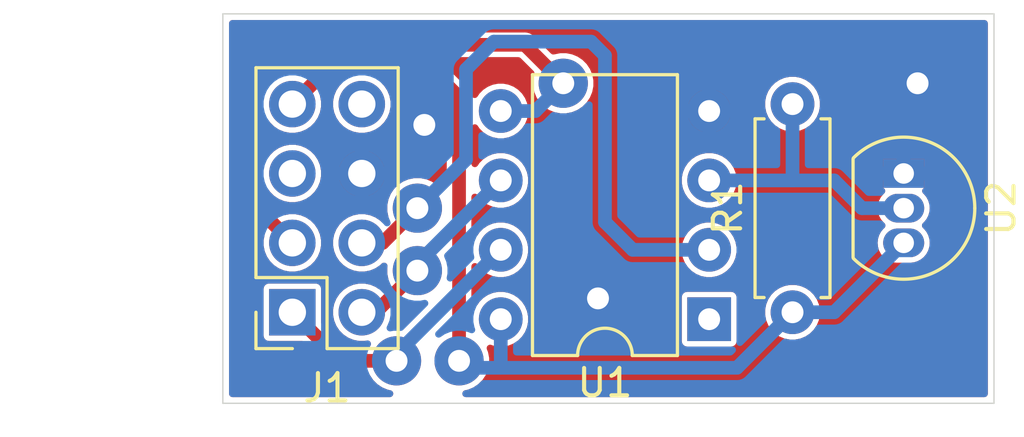
<source format=kicad_pcb>
(kicad_pcb (version 20171130) (host pcbnew 5.1.10-88a1d61d58~88~ubuntu20.10.1)

  (general
    (thickness 1.6)
    (drawings 4)
    (tracks 49)
    (zones 0)
    (modules 4)
    (nets 11)
  )

  (page A4)
  (layers
    (0 F.Cu signal)
    (31 B.Cu signal)
    (32 B.Adhes user)
    (33 F.Adhes user)
    (34 B.Paste user)
    (35 F.Paste user)
    (36 B.SilkS user)
    (37 F.SilkS user)
    (38 B.Mask user)
    (39 F.Mask user)
    (40 Dwgs.User user)
    (41 Cmts.User user)
    (42 Eco1.User user)
    (43 Eco2.User user)
    (44 Edge.Cuts user)
    (45 Margin user)
    (46 B.CrtYd user)
    (47 F.CrtYd user)
    (48 B.Fab user)
    (49 F.Fab user)
  )

  (setup
    (last_trace_width 0.5)
    (trace_clearance 0.1)
    (zone_clearance 0.2)
    (zone_45_only no)
    (trace_min 0.2)
    (via_size 1.8)
    (via_drill 0.8)
    (via_min_size 0.4)
    (via_min_drill 0.8)
    (uvia_size 0.3)
    (uvia_drill 0.1)
    (uvias_allowed no)
    (uvia_min_size 0.2)
    (uvia_min_drill 0.1)
    (edge_width 0.05)
    (segment_width 0.2)
    (pcb_text_width 0.3)
    (pcb_text_size 1.5 1.5)
    (mod_edge_width 0.12)
    (mod_text_size 1 1)
    (mod_text_width 0.15)
    (pad_size 1.524 1.524)
    (pad_drill 0.762)
    (pad_to_mask_clearance 0)
    (aux_axis_origin 0 0)
    (visible_elements FFFFFF7F)
    (pcbplotparams
      (layerselection 0x010fc_ffffffff)
      (usegerberextensions false)
      (usegerberattributes true)
      (usegerberadvancedattributes true)
      (creategerberjobfile true)
      (excludeedgelayer true)
      (linewidth 0.100000)
      (plotframeref false)
      (viasonmask false)
      (mode 1)
      (useauxorigin false)
      (hpglpennumber 1)
      (hpglpenspeed 20)
      (hpglpendiameter 15.000000)
      (psnegative false)
      (psa4output false)
      (plotreference true)
      (plotvalue true)
      (plotinvisibletext false)
      (padsonsilk false)
      (subtractmaskfromsilk false)
      (outputformat 1)
      (mirror false)
      (drillshape 1)
      (scaleselection 1)
      (outputdirectory ""))
  )

  (net 0 "")
  (net 1 /SCK)
  (net 2 /MISO)
  (net 3 /MOSI)
  (net 4 /CS)
  (net 5 "Net-(J1-Pad5)")
  (net 6 GND)
  (net 7 +3V3)
  (net 8 "Net-(J1-Pad8)")
  (net 9 "Net-(R1-Pad2)")
  (net 10 "Net-(U1-Pad1)")

  (net_class Default "This is the default net class."
    (clearance 0.1)
    (trace_width 0.5)
    (via_dia 1.8)
    (via_drill 0.8)
    (uvia_dia 0.3)
    (uvia_drill 0.1)
    (add_net +3V3)
    (add_net /CS)
    (add_net /MISO)
    (add_net /MOSI)
    (add_net /SCK)
    (add_net GND)
    (add_net "Net-(J1-Pad5)")
    (add_net "Net-(J1-Pad8)")
    (add_net "Net-(R1-Pad2)")
    (add_net "Net-(U1-Pad1)")
  )

  (module Resistor_THT:R_Axial_DIN0207_L6.3mm_D2.5mm_P7.62mm_Horizontal (layer F.Cu) (tedit 5AE5139B) (tstamp 60B6E143)
    (at 147.828 114.808 90)
    (descr "Resistor, Axial_DIN0207 series, Axial, Horizontal, pin pitch=7.62mm, 0.25W = 1/4W, length*diameter=6.3*2.5mm^2, http://cdn-reichelt.de/documents/datenblatt/B400/1_4W%23YAG.pdf")
    (tags "Resistor Axial_DIN0207 series Axial Horizontal pin pitch 7.62mm 0.25W = 1/4W length 6.3mm diameter 2.5mm")
    (path /60B68F2F)
    (fp_text reference R1 (at 3.81 -2.37 90) (layer F.SilkS)
      (effects (font (size 1 1) (thickness 0.15)))
    )
    (fp_text value 4.7K (at 3.81 2.37 90) (layer F.Fab)
      (effects (font (size 1 1) (thickness 0.15)))
    )
    (fp_line (start 0.66 -1.25) (end 0.66 1.25) (layer F.Fab) (width 0.1))
    (fp_line (start 0.66 1.25) (end 6.96 1.25) (layer F.Fab) (width 0.1))
    (fp_line (start 6.96 1.25) (end 6.96 -1.25) (layer F.Fab) (width 0.1))
    (fp_line (start 6.96 -1.25) (end 0.66 -1.25) (layer F.Fab) (width 0.1))
    (fp_line (start 0 0) (end 0.66 0) (layer F.Fab) (width 0.1))
    (fp_line (start 7.62 0) (end 6.96 0) (layer F.Fab) (width 0.1))
    (fp_line (start 0.54 -1.04) (end 0.54 -1.37) (layer F.SilkS) (width 0.12))
    (fp_line (start 0.54 -1.37) (end 7.08 -1.37) (layer F.SilkS) (width 0.12))
    (fp_line (start 7.08 -1.37) (end 7.08 -1.04) (layer F.SilkS) (width 0.12))
    (fp_line (start 0.54 1.04) (end 0.54 1.37) (layer F.SilkS) (width 0.12))
    (fp_line (start 0.54 1.37) (end 7.08 1.37) (layer F.SilkS) (width 0.12))
    (fp_line (start 7.08 1.37) (end 7.08 1.04) (layer F.SilkS) (width 0.12))
    (fp_line (start -1.05 -1.5) (end -1.05 1.5) (layer F.CrtYd) (width 0.05))
    (fp_line (start -1.05 1.5) (end 8.67 1.5) (layer F.CrtYd) (width 0.05))
    (fp_line (start 8.67 1.5) (end 8.67 -1.5) (layer F.CrtYd) (width 0.05))
    (fp_line (start 8.67 -1.5) (end -1.05 -1.5) (layer F.CrtYd) (width 0.05))
    (fp_text user %R (at 3.81 0 90) (layer F.Fab)
      (effects (font (size 1 1) (thickness 0.15)))
    )
    (pad 1 thru_hole circle (at 0 0 90) (size 1.6 1.6) (drill 0.8) (layers *.Cu *.Mask)
      (net 7 +3V3))
    (pad 2 thru_hole oval (at 7.62 0 90) (size 1.6 1.6) (drill 0.8) (layers *.Cu *.Mask)
      (net 9 "Net-(R1-Pad2)"))
    (model ${KISYS3DMOD}/Resistor_THT.3dshapes/R_Axial_DIN0207_L6.3mm_D2.5mm_P7.62mm_Horizontal.wrl
      (at (xyz 0 0 0))
      (scale (xyz 1 1 1))
      (rotate (xyz 0 0 0))
    )
  )

  (module Connector_PinSocket_2.54mm:PinSocket_2x04_P2.54mm_Vertical (layer F.Cu) (tedit 5A19A422) (tstamp 60B6DADA)
    (at 129.54 114.808 180)
    (descr "Through hole straight socket strip, 2x04, 2.54mm pitch, double cols (from Kicad 4.0.7), script generated")
    (tags "Through hole socket strip THT 2x04 2.54mm double row")
    (path /60B699ED)
    (fp_text reference J1 (at -1.27 -2.77) (layer F.SilkS)
      (effects (font (size 1 1) (thickness 0.15)))
    )
    (fp_text value Conn_02x04_Counter_Clockwise (at -1.27 10.39) (layer F.Fab)
      (effects (font (size 1 1) (thickness 0.15)))
    )
    (fp_line (start -3.81 -1.27) (end 0.27 -1.27) (layer F.Fab) (width 0.1))
    (fp_line (start 0.27 -1.27) (end 1.27 -0.27) (layer F.Fab) (width 0.1))
    (fp_line (start 1.27 -0.27) (end 1.27 8.89) (layer F.Fab) (width 0.1))
    (fp_line (start 1.27 8.89) (end -3.81 8.89) (layer F.Fab) (width 0.1))
    (fp_line (start -3.81 8.89) (end -3.81 -1.27) (layer F.Fab) (width 0.1))
    (fp_line (start -3.87 -1.33) (end -1.27 -1.33) (layer F.SilkS) (width 0.12))
    (fp_line (start -3.87 -1.33) (end -3.87 8.95) (layer F.SilkS) (width 0.12))
    (fp_line (start -3.87 8.95) (end 1.33 8.95) (layer F.SilkS) (width 0.12))
    (fp_line (start 1.33 1.27) (end 1.33 8.95) (layer F.SilkS) (width 0.12))
    (fp_line (start -1.27 1.27) (end 1.33 1.27) (layer F.SilkS) (width 0.12))
    (fp_line (start -1.27 -1.33) (end -1.27 1.27) (layer F.SilkS) (width 0.12))
    (fp_line (start 1.33 -1.33) (end 1.33 0) (layer F.SilkS) (width 0.12))
    (fp_line (start 0 -1.33) (end 1.33 -1.33) (layer F.SilkS) (width 0.12))
    (fp_line (start -4.34 -1.8) (end 1.76 -1.8) (layer F.CrtYd) (width 0.05))
    (fp_line (start 1.76 -1.8) (end 1.76 9.4) (layer F.CrtYd) (width 0.05))
    (fp_line (start 1.76 9.4) (end -4.34 9.4) (layer F.CrtYd) (width 0.05))
    (fp_line (start -4.34 9.4) (end -4.34 -1.8) (layer F.CrtYd) (width 0.05))
    (fp_text user %R (at -1.27 3.81 90) (layer F.Fab)
      (effects (font (size 1 1) (thickness 0.15)))
    )
    (pad 1 thru_hole rect (at 0 0 180) (size 1.7 1.7) (drill 1) (layers *.Cu *.Mask)
      (net 1 /SCK))
    (pad 2 thru_hole oval (at -2.54 0 180) (size 1.7 1.7) (drill 1) (layers *.Cu *.Mask)
      (net 2 /MISO))
    (pad 3 thru_hole oval (at 0 2.54 180) (size 1.7 1.7) (drill 1) (layers *.Cu *.Mask)
      (net 3 /MOSI))
    (pad 4 thru_hole oval (at -2.54 2.54 180) (size 1.7 1.7) (drill 1) (layers *.Cu *.Mask)
      (net 4 /CS))
    (pad 5 thru_hole oval (at 0 5.08 180) (size 1.7 1.7) (drill 1) (layers *.Cu *.Mask)
      (net 5 "Net-(J1-Pad5)"))
    (pad 6 thru_hole oval (at -2.54 5.08 180) (size 1.7 1.7) (drill 1) (layers *.Cu *.Mask)
      (net 6 GND))
    (pad 7 thru_hole oval (at 0 7.62 180) (size 1.7 1.7) (drill 1) (layers *.Cu *.Mask)
      (net 7 +3V3))
    (pad 8 thru_hole oval (at -2.54 7.62 180) (size 1.7 1.7) (drill 1) (layers *.Cu *.Mask)
      (net 8 "Net-(J1-Pad8)"))
    (model ${KISYS3DMOD}/Connector_PinSocket_2.54mm.3dshapes/PinSocket_2x04_P2.54mm_Vertical.wrl
      (at (xyz 0 0 0))
      (scale (xyz 1 1 1))
      (rotate (xyz 0 0 0))
    )
  )

  (module Package_DIP:DIP-8_W7.62mm (layer F.Cu) (tedit 5A02E8C5) (tstamp 60B6DC4E)
    (at 144.78 115.062 180)
    (descr "8-lead though-hole mounted DIP package, row spacing 7.62 mm (300 mils)")
    (tags "THT DIP DIL PDIP 2.54mm 7.62mm 300mil")
    (path /60B6788E)
    (fp_text reference U1 (at 3.81 -2.33) (layer F.SilkS)
      (effects (font (size 1 1) (thickness 0.15)))
    )
    (fp_text value ATtiny85-20PU (at 3.81 9.95) (layer F.Fab)
      (effects (font (size 1 1) (thickness 0.15)))
    )
    (fp_line (start 1.635 -1.27) (end 6.985 -1.27) (layer F.Fab) (width 0.1))
    (fp_line (start 6.985 -1.27) (end 6.985 8.89) (layer F.Fab) (width 0.1))
    (fp_line (start 6.985 8.89) (end 0.635 8.89) (layer F.Fab) (width 0.1))
    (fp_line (start 0.635 8.89) (end 0.635 -0.27) (layer F.Fab) (width 0.1))
    (fp_line (start 0.635 -0.27) (end 1.635 -1.27) (layer F.Fab) (width 0.1))
    (fp_line (start 2.81 -1.33) (end 1.16 -1.33) (layer F.SilkS) (width 0.12))
    (fp_line (start 1.16 -1.33) (end 1.16 8.95) (layer F.SilkS) (width 0.12))
    (fp_line (start 1.16 8.95) (end 6.46 8.95) (layer F.SilkS) (width 0.12))
    (fp_line (start 6.46 8.95) (end 6.46 -1.33) (layer F.SilkS) (width 0.12))
    (fp_line (start 6.46 -1.33) (end 4.81 -1.33) (layer F.SilkS) (width 0.12))
    (fp_line (start -1.1 -1.55) (end -1.1 9.15) (layer F.CrtYd) (width 0.05))
    (fp_line (start -1.1 9.15) (end 8.7 9.15) (layer F.CrtYd) (width 0.05))
    (fp_line (start 8.7 9.15) (end 8.7 -1.55) (layer F.CrtYd) (width 0.05))
    (fp_line (start 8.7 -1.55) (end -1.1 -1.55) (layer F.CrtYd) (width 0.05))
    (fp_arc (start 3.81 -1.33) (end 2.81 -1.33) (angle -180) (layer F.SilkS) (width 0.12))
    (fp_text user %R (at 3.81 3.81 90) (layer F.Fab)
      (effects (font (size 1 1) (thickness 0.15)))
    )
    (pad 1 thru_hole rect (at 0 0 180) (size 1.6 1.6) (drill 0.8) (layers *.Cu *.Mask)
      (net 10 "Net-(U1-Pad1)"))
    (pad 5 thru_hole oval (at 7.62 7.62 180) (size 1.6 1.6) (drill 0.8) (layers *.Cu *.Mask)
      (net 3 /MOSI))
    (pad 2 thru_hole oval (at 0 2.54 180) (size 1.6 1.6) (drill 0.8) (layers *.Cu *.Mask)
      (net 4 /CS))
    (pad 6 thru_hole oval (at 7.62 5.08 180) (size 1.6 1.6) (drill 0.8) (layers *.Cu *.Mask)
      (net 2 /MISO))
    (pad 3 thru_hole oval (at 0 5.08 180) (size 1.6 1.6) (drill 0.8) (layers *.Cu *.Mask)
      (net 9 "Net-(R1-Pad2)"))
    (pad 7 thru_hole oval (at 7.62 2.54 180) (size 1.6 1.6) (drill 0.8) (layers *.Cu *.Mask)
      (net 1 /SCK))
    (pad 4 thru_hole oval (at 0 7.62 180) (size 1.6 1.6) (drill 0.8) (layers *.Cu *.Mask)
      (net 6 GND))
    (pad 8 thru_hole oval (at 7.62 0 180) (size 1.6 1.6) (drill 0.8) (layers *.Cu *.Mask)
      (net 7 +3V3))
    (model ${KISYS3DMOD}/Package_DIP.3dshapes/DIP-8_W7.62mm.wrl
      (at (xyz 0 0 0))
      (scale (xyz 1 1 1))
      (rotate (xyz 0 0 0))
    )
  )

  (module Package_TO_SOT_THT:TO-92_Inline (layer F.Cu) (tedit 5A1DD157) (tstamp 60B6E214)
    (at 151.892 109.728 270)
    (descr "TO-92 leads in-line, narrow, oval pads, drill 0.75mm (see NXP sot054_po.pdf)")
    (tags "to-92 sc-43 sc-43a sot54 PA33 transistor")
    (path /60B68732)
    (fp_text reference U2 (at 1.27 -3.56 90) (layer F.SilkS)
      (effects (font (size 1 1) (thickness 0.15)))
    )
    (fp_text value DS18B20 (at 1.27 2.79 90) (layer F.Fab)
      (effects (font (size 1 1) (thickness 0.15)))
    )
    (fp_line (start -0.53 1.85) (end 3.07 1.85) (layer F.SilkS) (width 0.12))
    (fp_line (start -0.5 1.75) (end 3 1.75) (layer F.Fab) (width 0.1))
    (fp_line (start -1.46 -2.73) (end 4 -2.73) (layer F.CrtYd) (width 0.05))
    (fp_line (start -1.46 -2.73) (end -1.46 2.01) (layer F.CrtYd) (width 0.05))
    (fp_line (start 4 2.01) (end 4 -2.73) (layer F.CrtYd) (width 0.05))
    (fp_line (start 4 2.01) (end -1.46 2.01) (layer F.CrtYd) (width 0.05))
    (fp_text user %R (at 1.27 0 90) (layer F.Fab)
      (effects (font (size 1 1) (thickness 0.15)))
    )
    (fp_arc (start 1.27 0) (end 1.27 -2.48) (angle 135) (layer F.Fab) (width 0.1))
    (fp_arc (start 1.27 0) (end 1.27 -2.6) (angle -135) (layer F.SilkS) (width 0.12))
    (fp_arc (start 1.27 0) (end 1.27 -2.48) (angle -135) (layer F.Fab) (width 0.1))
    (fp_arc (start 1.27 0) (end 1.27 -2.6) (angle 135) (layer F.SilkS) (width 0.12))
    (pad 2 thru_hole oval (at 1.27 0 270) (size 1.05 1.5) (drill 0.75) (layers *.Cu *.Mask)
      (net 9 "Net-(R1-Pad2)"))
    (pad 3 thru_hole oval (at 2.54 0 270) (size 1.05 1.5) (drill 0.75) (layers *.Cu *.Mask)
      (net 7 +3V3))
    (pad 1 thru_hole rect (at 0 0 270) (size 1.05 1.5) (drill 0.75) (layers *.Cu *.Mask)
      (net 6 GND))
    (model ${KISYS3DMOD}/Package_TO_SOT_THT.3dshapes/TO-92_Inline.wrl
      (at (xyz 0 0 0))
      (scale (xyz 1 1 1))
      (rotate (xyz 0 0 0))
    )
  )

  (gr_line (start 155.194 103.886) (end 155.194 118.14) (layer Edge.Cuts) (width 0.05) (tstamp 60B6E1AE))
  (gr_line (start 127 103.886) (end 127 118.14) (layer Edge.Cuts) (width 0.05) (tstamp 60B6E1AC))
  (gr_line (start 127 103.886) (end 155.194 103.886) (layer Edge.Cuts) (width 0.05) (tstamp 60B6E1A5))
  (gr_line (start 155.194 118.14) (end 127 118.14) (layer Edge.Cuts) (width 0.05) (tstamp 60B6E1A4))

  (via (at 133.35 116.586004) (size 1.8) (drill 0.8) (layers F.Cu B.Cu) (net 1))
  (segment (start 131.318004 116.586004) (end 133.35 116.586004) (width 0.5) (layer F.Cu) (net 1))
  (segment (start 129.54 114.808) (end 131.318004 116.586004) (width 0.5) (layer F.Cu) (net 1))
  (segment (start 137.16 112.522) (end 133.35 116.332) (width 0.5) (layer B.Cu) (net 1))
  (segment (start 133.35 116.332) (end 133.35 116.586004) (width 0.5) (layer B.Cu) (net 1))
  (segment (start 132.588 114.808) (end 134.112 113.284) (width 0.5) (layer F.Cu) (net 2))
  (via (at 134.112 113.284) (size 1.8) (drill 0.8) (layers F.Cu B.Cu) (net 2))
  (segment (start 132.08 114.808) (end 132.588 114.808) (width 0.5) (layer F.Cu) (net 2))
  (segment (start 134.112 113.03) (end 137.16 109.982) (width 0.5) (layer B.Cu) (net 2))
  (segment (start 134.112 113.284) (end 134.112 113.03) (width 0.5) (layer B.Cu) (net 2))
  (via (at 139.446 106.425968) (size 1.8) (drill 0.8) (layers F.Cu B.Cu) (net 3))
  (segment (start 128.016 110.744) (end 128.016 105.664) (width 0.5) (layer F.Cu) (net 3))
  (segment (start 128.016 105.664) (end 128.661999 105.018001) (width 0.5) (layer F.Cu) (net 3))
  (segment (start 137.16 107.442) (end 138.429968 107.442) (width 0.5) (layer B.Cu) (net 3))
  (segment (start 138.429968 107.442) (end 139.446 106.425968) (width 0.5) (layer B.Cu) (net 3))
  (segment (start 129.54 112.268) (end 128.016 110.744) (width 0.5) (layer F.Cu) (net 3))
  (segment (start 128.661999 105.018001) (end 138.038033 105.018001) (width 0.5) (layer F.Cu) (net 3))
  (segment (start 138.038033 105.018001) (end 139.446 106.425968) (width 0.5) (layer F.Cu) (net 3))
  (via (at 134.112 110.998) (size 1.8) (drill 0.8) (layers F.Cu B.Cu) (net 4))
  (segment (start 132.842 112.268) (end 134.112 110.998) (width 0.5) (layer F.Cu) (net 4))
  (segment (start 132.08 112.268) (end 132.842 112.268) (width 0.5) (layer F.Cu) (net 4))
  (segment (start 141.986 112.522) (end 144.78 112.522) (width 0.5) (layer B.Cu) (net 4))
  (segment (start 140.97 111.506) (end 141.986 112.522) (width 0.5) (layer B.Cu) (net 4))
  (segment (start 140.97 105.41) (end 140.97 111.506) (width 0.5) (layer B.Cu) (net 4))
  (segment (start 140.462 104.902) (end 140.97 105.41) (width 0.5) (layer B.Cu) (net 4))
  (segment (start 136.906 104.902) (end 140.462 104.902) (width 0.5) (layer B.Cu) (net 4))
  (segment (start 135.89 105.918) (end 136.906 104.902) (width 0.5) (layer B.Cu) (net 4))
  (segment (start 135.89 109.22) (end 135.89 105.918) (width 0.5) (layer B.Cu) (net 4))
  (segment (start 134.112 110.998) (end 135.89 109.22) (width 0.5) (layer B.Cu) (net 4))
  (via (at 152.4 106.426) (size 1.8) (drill 0.8) (layers F.Cu B.Cu) (net 6))
  (via (at 140.716 114.3) (size 1.8) (drill 0.8) (layers F.Cu B.Cu) (net 6))
  (via (at 134.366 107.95) (size 1.8) (drill 0.8) (layers F.Cu B.Cu) (net 6))
  (segment (start 137.16 116.84) (end 137.16 115.062) (width 0.5) (layer B.Cu) (net 7))
  (segment (start 147.828 114.808) (end 145.796 116.84) (width 0.5) (layer B.Cu) (net 7))
  (segment (start 145.796 116.84) (end 137.16 116.84) (width 0.5) (layer B.Cu) (net 7))
  (via (at 135.635996 116.585974) (size 1.8) (drill 0.8) (layers F.Cu B.Cu) (net 7))
  (segment (start 129.54 107.188) (end 130.937 105.791) (width 0.5) (layer F.Cu) (net 7))
  (segment (start 130.937 105.791) (end 134.493 105.791) (width 0.5) (layer F.Cu) (net 7))
  (segment (start 134.493 105.791) (end 135.635996 106.933996) (width 0.5) (layer F.Cu) (net 7))
  (segment (start 137.16 116.84) (end 135.890022 116.84) (width 0.5) (layer B.Cu) (net 7))
  (segment (start 135.635996 106.933996) (end 135.635996 116.585974) (width 0.5) (layer F.Cu) (net 7))
  (segment (start 135.890022 116.84) (end 135.635996 116.585974) (width 0.5) (layer B.Cu) (net 7))
  (segment (start 149.352 114.808) (end 151.892 112.268) (width 0.5) (layer B.Cu) (net 7))
  (segment (start 147.828 114.808) (end 149.352 114.808) (width 0.5) (layer B.Cu) (net 7))
  (segment (start 150.368 110.998) (end 151.892 110.998) (width 0.5) (layer B.Cu) (net 9))
  (segment (start 149.352 109.982) (end 150.368 110.998) (width 0.5) (layer B.Cu) (net 9))
  (segment (start 147.828 107.188) (end 147.828 109.982) (width 0.5) (layer B.Cu) (net 9))
  (segment (start 147.828 109.982) (end 149.352 109.982) (width 0.5) (layer B.Cu) (net 9))
  (segment (start 144.78 109.982) (end 147.828 109.982) (width 0.5) (layer B.Cu) (net 9))

  (zone (net 6) (net_name GND) (layer F.Cu) (tstamp 60B6E1DE) (hatch edge 0.508)
    (connect_pads (clearance 0.2))
    (min_thickness 0.254)
    (fill yes (arc_segments 32) (thermal_gap 0) (thermal_bridge_width 0.508))
    (polygon
      (pts
        (xy 156.21 118.872) (xy 126.492 118.872) (xy 126.492 103.632) (xy 156.21 103.378)
      )
    )
    (filled_polygon
      (pts
        (xy 154.842001 117.788) (xy 135.882398 117.788) (xy 135.993899 117.765821) (xy 136.217198 117.673327) (xy 136.418163 117.539047)
        (xy 136.589069 117.368141) (xy 136.723349 117.167176) (xy 136.815843 116.943877) (xy 136.862996 116.706823) (xy 136.862996 116.465125)
        (xy 136.815843 116.228071) (xy 136.771458 116.120917) (xy 136.831266 116.14569) (xy 137.049 116.189) (xy 137.271 116.189)
        (xy 137.488734 116.14569) (xy 137.693835 116.060734) (xy 137.878421 115.937398) (xy 138.035398 115.780421) (xy 138.158734 115.595835)
        (xy 138.24369 115.390734) (xy 138.287 115.173) (xy 138.287 114.951) (xy 138.24369 114.733266) (xy 138.158734 114.528165)
        (xy 138.035398 114.343579) (xy 137.953819 114.262) (xy 143.651418 114.262) (xy 143.651418 115.862) (xy 143.657732 115.926103)
        (xy 143.67643 115.987743) (xy 143.706794 116.04455) (xy 143.747657 116.094343) (xy 143.79745 116.135206) (xy 143.854257 116.16557)
        (xy 143.915897 116.184268) (xy 143.98 116.190582) (xy 145.58 116.190582) (xy 145.644103 116.184268) (xy 145.705743 116.16557)
        (xy 145.76255 116.135206) (xy 145.812343 116.094343) (xy 145.853206 116.04455) (xy 145.88357 115.987743) (xy 145.902268 115.926103)
        (xy 145.908582 115.862) (xy 145.908582 114.697) (xy 146.701 114.697) (xy 146.701 114.919) (xy 146.74431 115.136734)
        (xy 146.829266 115.341835) (xy 146.952602 115.526421) (xy 147.109579 115.683398) (xy 147.294165 115.806734) (xy 147.499266 115.89169)
        (xy 147.717 115.935) (xy 147.939 115.935) (xy 148.156734 115.89169) (xy 148.361835 115.806734) (xy 148.546421 115.683398)
        (xy 148.703398 115.526421) (xy 148.826734 115.341835) (xy 148.91169 115.136734) (xy 148.955 114.919) (xy 148.955 114.697)
        (xy 148.91169 114.479266) (xy 148.826734 114.274165) (xy 148.703398 114.089579) (xy 148.546421 113.932602) (xy 148.361835 113.809266)
        (xy 148.156734 113.72431) (xy 147.939 113.681) (xy 147.717 113.681) (xy 147.499266 113.72431) (xy 147.294165 113.809266)
        (xy 147.109579 113.932602) (xy 146.952602 114.089579) (xy 146.829266 114.274165) (xy 146.74431 114.479266) (xy 146.701 114.697)
        (xy 145.908582 114.697) (xy 145.908582 114.262) (xy 145.902268 114.197897) (xy 145.88357 114.136257) (xy 145.853206 114.07945)
        (xy 145.812343 114.029657) (xy 145.76255 113.988794) (xy 145.705743 113.95843) (xy 145.644103 113.939732) (xy 145.58 113.933418)
        (xy 143.98 113.933418) (xy 143.915897 113.939732) (xy 143.854257 113.95843) (xy 143.79745 113.988794) (xy 143.747657 114.029657)
        (xy 143.706794 114.07945) (xy 143.67643 114.136257) (xy 143.657732 114.197897) (xy 143.651418 114.262) (xy 137.953819 114.262)
        (xy 137.878421 114.186602) (xy 137.693835 114.063266) (xy 137.488734 113.97831) (xy 137.271 113.935) (xy 137.049 113.935)
        (xy 136.831266 113.97831) (xy 136.626165 114.063266) (xy 136.441579 114.186602) (xy 136.284602 114.343579) (xy 136.212996 114.450745)
        (xy 136.212996 113.133255) (xy 136.284602 113.240421) (xy 136.441579 113.397398) (xy 136.626165 113.520734) (xy 136.831266 113.60569)
        (xy 137.049 113.649) (xy 137.271 113.649) (xy 137.488734 113.60569) (xy 137.693835 113.520734) (xy 137.878421 113.397398)
        (xy 138.035398 113.240421) (xy 138.158734 113.055835) (xy 138.24369 112.850734) (xy 138.287 112.633) (xy 138.287 112.411)
        (xy 143.653 112.411) (xy 143.653 112.633) (xy 143.69631 112.850734) (xy 143.781266 113.055835) (xy 143.904602 113.240421)
        (xy 144.061579 113.397398) (xy 144.246165 113.520734) (xy 144.451266 113.60569) (xy 144.669 113.649) (xy 144.891 113.649)
        (xy 145.108734 113.60569) (xy 145.313835 113.520734) (xy 145.498421 113.397398) (xy 145.655398 113.240421) (xy 145.778734 113.055835)
        (xy 145.86369 112.850734) (xy 145.907 112.633) (xy 145.907 112.411) (xy 145.86369 112.193266) (xy 145.778734 111.988165)
        (xy 145.655398 111.803579) (xy 145.498421 111.646602) (xy 145.313835 111.523266) (xy 145.108734 111.43831) (xy 144.891 111.395)
        (xy 144.669 111.395) (xy 144.451266 111.43831) (xy 144.246165 111.523266) (xy 144.061579 111.646602) (xy 143.904602 111.803579)
        (xy 143.781266 111.988165) (xy 143.69631 112.193266) (xy 143.653 112.411) (xy 138.287 112.411) (xy 138.24369 112.193266)
        (xy 138.158734 111.988165) (xy 138.035398 111.803579) (xy 137.878421 111.646602) (xy 137.693835 111.523266) (xy 137.488734 111.43831)
        (xy 137.271 111.395) (xy 137.049 111.395) (xy 136.831266 111.43831) (xy 136.626165 111.523266) (xy 136.441579 111.646602)
        (xy 136.284602 111.803579) (xy 136.212996 111.910745) (xy 136.212996 110.593255) (xy 136.284602 110.700421) (xy 136.441579 110.857398)
        (xy 136.626165 110.980734) (xy 136.831266 111.06569) (xy 137.049 111.109) (xy 137.271 111.109) (xy 137.488734 111.06569)
        (xy 137.693835 110.980734) (xy 137.878421 110.857398) (xy 138.035398 110.700421) (xy 138.158734 110.515835) (xy 138.24369 110.310734)
        (xy 138.287 110.093) (xy 138.287 109.871) (xy 143.653 109.871) (xy 143.653 110.093) (xy 143.69631 110.310734)
        (xy 143.781266 110.515835) (xy 143.904602 110.700421) (xy 144.061579 110.857398) (xy 144.246165 110.980734) (xy 144.451266 111.06569)
        (xy 144.669 111.109) (xy 144.891 111.109) (xy 145.108734 111.06569) (xy 145.272151 110.998) (xy 150.810878 110.998)
        (xy 150.827328 111.165021) (xy 150.876046 111.325624) (xy 150.955161 111.473636) (xy 151.06163 111.60337) (xy 151.097735 111.633)
        (xy 151.06163 111.66263) (xy 150.955161 111.792364) (xy 150.876046 111.940376) (xy 150.827328 112.100979) (xy 150.810878 112.268)
        (xy 150.827328 112.435021) (xy 150.876046 112.595624) (xy 150.955161 112.743636) (xy 151.06163 112.87337) (xy 151.191364 112.979839)
        (xy 151.339376 113.058954) (xy 151.499979 113.107672) (xy 151.625148 113.12) (xy 152.158852 113.12) (xy 152.284021 113.107672)
        (xy 152.444624 113.058954) (xy 152.592636 112.979839) (xy 152.72237 112.87337) (xy 152.828839 112.743636) (xy 152.907954 112.595624)
        (xy 152.956672 112.435021) (xy 152.973122 112.268) (xy 152.956672 112.100979) (xy 152.907954 111.940376) (xy 152.828839 111.792364)
        (xy 152.72237 111.66263) (xy 152.686265 111.633) (xy 152.72237 111.60337) (xy 152.828839 111.473636) (xy 152.907954 111.325624)
        (xy 152.956672 111.165021) (xy 152.973122 110.998) (xy 152.956672 110.830979) (xy 152.907954 110.670376) (xy 152.828839 110.522364)
        (xy 152.72237 110.39263) (xy 152.693898 110.369264) (xy 152.712899 110.359107) (xy 152.732237 110.343237) (xy 152.748107 110.323899)
        (xy 152.7599 110.301836) (xy 152.767162 110.277896) (xy 152.769614 110.253) (xy 152.769 109.88675) (xy 152.73725 109.855)
        (xy 152.019 109.855) (xy 152.019 109.875) (xy 151.765 109.875) (xy 151.765 109.855) (xy 151.04675 109.855)
        (xy 151.015 109.88675) (xy 151.014386 110.253) (xy 151.016838 110.277896) (xy 151.0241 110.301836) (xy 151.035893 110.323899)
        (xy 151.051763 110.343237) (xy 151.071101 110.359107) (xy 151.090102 110.369264) (xy 151.06163 110.39263) (xy 150.955161 110.522364)
        (xy 150.876046 110.670376) (xy 150.827328 110.830979) (xy 150.810878 110.998) (xy 145.272151 110.998) (xy 145.313835 110.980734)
        (xy 145.498421 110.857398) (xy 145.655398 110.700421) (xy 145.778734 110.515835) (xy 145.86369 110.310734) (xy 145.907 110.093)
        (xy 145.907 109.871) (xy 145.86369 109.653266) (xy 145.778734 109.448165) (xy 145.655398 109.263579) (xy 145.594819 109.203)
        (xy 151.014386 109.203) (xy 151.015 109.56925) (xy 151.04675 109.601) (xy 151.765 109.601) (xy 151.765 109.10775)
        (xy 152.019 109.10775) (xy 152.019 109.601) (xy 152.73725 109.601) (xy 152.769 109.56925) (xy 152.769614 109.203)
        (xy 152.767162 109.178104) (xy 152.7599 109.154164) (xy 152.748107 109.132101) (xy 152.732237 109.112763) (xy 152.712899 109.096893)
        (xy 152.690836 109.0851) (xy 152.666896 109.077838) (xy 152.642 109.075386) (xy 152.05075 109.076) (xy 152.019 109.10775)
        (xy 151.765 109.10775) (xy 151.73325 109.076) (xy 151.142 109.075386) (xy 151.117104 109.077838) (xy 151.093164 109.0851)
        (xy 151.071101 109.096893) (xy 151.051763 109.112763) (xy 151.035893 109.132101) (xy 151.0241 109.154164) (xy 151.016838 109.178104)
        (xy 151.014386 109.203) (xy 145.594819 109.203) (xy 145.498421 109.106602) (xy 145.313835 108.983266) (xy 145.108734 108.89831)
        (xy 144.891 108.855) (xy 144.669 108.855) (xy 144.451266 108.89831) (xy 144.246165 108.983266) (xy 144.061579 109.106602)
        (xy 143.904602 109.263579) (xy 143.781266 109.448165) (xy 143.69631 109.653266) (xy 143.653 109.871) (xy 138.287 109.871)
        (xy 138.24369 109.653266) (xy 138.158734 109.448165) (xy 138.035398 109.263579) (xy 137.878421 109.106602) (xy 137.693835 108.983266)
        (xy 137.488734 108.89831) (xy 137.271 108.855) (xy 137.049 108.855) (xy 136.831266 108.89831) (xy 136.626165 108.983266)
        (xy 136.441579 109.106602) (xy 136.284602 109.263579) (xy 136.212996 109.370745) (xy 136.212996 108.053255) (xy 136.284602 108.160421)
        (xy 136.441579 108.317398) (xy 136.626165 108.440734) (xy 136.831266 108.52569) (xy 137.049 108.569) (xy 137.271 108.569)
        (xy 137.488734 108.52569) (xy 137.693835 108.440734) (xy 137.878421 108.317398) (xy 138.035398 108.160421) (xy 138.158734 107.975835)
        (xy 138.24369 107.770734) (xy 138.255555 107.711084) (xy 143.892913 107.711084) (xy 143.962458 107.878999) (xy 144.063421 108.030097)
        (xy 144.191922 108.158594) (xy 144.343022 108.259553) (xy 144.510915 108.329094) (xy 144.653 108.328517) (xy 144.653 107.569)
        (xy 144.907 107.569) (xy 144.907 108.328517) (xy 145.049085 108.329094) (xy 145.216978 108.259553) (xy 145.368078 108.158594)
        (xy 145.496579 108.030097) (xy 145.597542 107.878999) (xy 145.667087 107.711084) (xy 145.666196 107.569) (xy 144.907 107.569)
        (xy 144.653 107.569) (xy 143.893804 107.569) (xy 143.892913 107.711084) (xy 138.255555 107.711084) (xy 138.287 107.553)
        (xy 138.287 107.331) (xy 138.24369 107.113266) (xy 138.158734 106.908165) (xy 138.035398 106.723579) (xy 137.878421 106.566602)
        (xy 137.693835 106.443266) (xy 137.488734 106.35831) (xy 137.271 106.315) (xy 137.049 106.315) (xy 136.831266 106.35831)
        (xy 136.626165 106.443266) (xy 136.441579 106.566602) (xy 136.284602 106.723579) (xy 136.206565 106.84037) (xy 136.204646 106.820884)
        (xy 136.171653 106.71212) (xy 136.118075 106.611881) (xy 136.04597 106.524022) (xy 136.023959 106.505958) (xy 135.113002 105.595001)
        (xy 137.799032 105.595001) (xy 138.267894 106.063863) (xy 138.266153 106.068065) (xy 138.219 106.305119) (xy 138.219 106.546817)
        (xy 138.266153 106.783871) (xy 138.358647 107.00717) (xy 138.492927 107.208135) (xy 138.663833 107.379041) (xy 138.864798 107.513321)
        (xy 139.088097 107.605815) (xy 139.325151 107.652968) (xy 139.566849 107.652968) (xy 139.803903 107.605815) (xy 140.027202 107.513321)
        (xy 140.228167 107.379041) (xy 140.399073 107.208135) (xy 140.422605 107.172916) (xy 143.892913 107.172916) (xy 143.893804 107.315)
        (xy 144.653 107.315) (xy 144.653 106.555483) (xy 144.907 106.555483) (xy 144.907 107.315) (xy 145.666196 107.315)
        (xy 145.667087 107.172916) (xy 145.627362 107.077) (xy 146.701 107.077) (xy 146.701 107.299) (xy 146.74431 107.516734)
        (xy 146.829266 107.721835) (xy 146.952602 107.906421) (xy 147.109579 108.063398) (xy 147.294165 108.186734) (xy 147.499266 108.27169)
        (xy 147.717 108.315) (xy 147.939 108.315) (xy 148.156734 108.27169) (xy 148.361835 108.186734) (xy 148.546421 108.063398)
        (xy 148.703398 107.906421) (xy 148.826734 107.721835) (xy 148.91169 107.516734) (xy 148.955 107.299) (xy 148.955 107.077)
        (xy 148.91169 106.859266) (xy 148.826734 106.654165) (xy 148.703398 106.469579) (xy 148.546421 106.312602) (xy 148.361835 106.189266)
        (xy 148.156734 106.10431) (xy 147.939 106.061) (xy 147.717 106.061) (xy 147.499266 106.10431) (xy 147.294165 106.189266)
        (xy 147.109579 106.312602) (xy 146.952602 106.469579) (xy 146.829266 106.654165) (xy 146.74431 106.859266) (xy 146.701 107.077)
        (xy 145.627362 107.077) (xy 145.597542 107.005001) (xy 145.496579 106.853903) (xy 145.368078 106.725406) (xy 145.216978 106.624447)
        (xy 145.049085 106.554906) (xy 144.907 106.555483) (xy 144.653 106.555483) (xy 144.510915 106.554906) (xy 144.343022 106.624447)
        (xy 144.191922 106.725406) (xy 144.063421 106.853903) (xy 143.962458 107.005001) (xy 143.892913 107.172916) (xy 140.422605 107.172916)
        (xy 140.533353 107.00717) (xy 140.625847 106.783871) (xy 140.673 106.546817) (xy 140.673 106.305119) (xy 140.625847 106.068065)
        (xy 140.533353 105.844766) (xy 140.399073 105.643801) (xy 140.228167 105.472895) (xy 140.027202 105.338615) (xy 139.803903 105.246121)
        (xy 139.566849 105.198968) (xy 139.325151 105.198968) (xy 139.088097 105.246121) (xy 139.083895 105.247862) (xy 138.466072 104.630039)
        (xy 138.448007 104.608027) (xy 138.360148 104.535922) (xy 138.259909 104.482344) (xy 138.195803 104.462898) (xy 138.151144 104.44935)
        (xy 138.096078 104.443927) (xy 138.066369 104.441001) (xy 138.066364 104.441001) (xy 138.038033 104.438211) (xy 138.009702 104.441001)
        (xy 128.690338 104.441001) (xy 128.661999 104.43821) (xy 128.548887 104.44935) (xy 128.440122 104.482344) (xy 128.414227 104.496185)
        (xy 128.339884 104.535922) (xy 128.252025 104.608027) (xy 128.23396 104.630039) (xy 127.628034 105.235965) (xy 127.606027 105.254026)
        (xy 127.587966 105.276033) (xy 127.587963 105.276036) (xy 127.56484 105.304212) (xy 127.533922 105.341885) (xy 127.513001 105.381026)
        (xy 127.480344 105.442124) (xy 127.447349 105.550889) (xy 127.43621 105.664) (xy 127.439001 105.692341) (xy 127.439 110.715669)
        (xy 127.43621 110.744) (xy 127.439 110.772331) (xy 127.439 110.772335) (xy 127.441334 110.796028) (xy 127.447349 110.857111)
        (xy 127.455776 110.884889) (xy 127.480343 110.965875) (xy 127.533921 111.066114) (xy 127.606026 111.153974) (xy 127.628038 111.172039)
        (xy 128.40366 111.947661) (xy 128.363 112.152076) (xy 128.363 112.383924) (xy 128.408231 112.611318) (xy 128.496956 112.825519)
        (xy 128.625764 113.018294) (xy 128.789706 113.182236) (xy 128.982481 113.311044) (xy 129.196682 113.399769) (xy 129.424076 113.445)
        (xy 129.655924 113.445) (xy 129.883318 113.399769) (xy 130.097519 113.311044) (xy 130.290294 113.182236) (xy 130.454236 113.018294)
        (xy 130.583044 112.825519) (xy 130.671769 112.611318) (xy 130.717 112.383924) (xy 130.717 112.152076) (xy 130.671769 111.924682)
        (xy 130.583044 111.710481) (xy 130.454236 111.517706) (xy 130.290294 111.353764) (xy 130.097519 111.224956) (xy 129.883318 111.136231)
        (xy 129.655924 111.091) (xy 129.424076 111.091) (xy 129.219661 111.13166) (xy 128.593 110.504999) (xy 128.593 110.429259)
        (xy 128.625764 110.478294) (xy 128.789706 110.642236) (xy 128.982481 110.771044) (xy 129.196682 110.859769) (xy 129.424076 110.905)
        (xy 129.655924 110.905) (xy 129.883318 110.859769) (xy 130.097519 110.771044) (xy 130.290294 110.642236) (xy 130.454236 110.478294)
        (xy 130.583044 110.285519) (xy 130.671769 110.071318) (xy 130.684965 110.004976) (xy 131.143084 110.004976) (xy 131.147096 110.018229)
        (xy 131.221642 110.194653) (xy 131.329175 110.353144) (xy 131.465561 110.487611) (xy 131.62556 110.592886) (xy 131.803023 110.664924)
        (xy 131.953 110.664968) (xy 131.953 109.855) (xy 132.207 109.855) (xy 132.207 110.664968) (xy 132.356977 110.664924)
        (xy 132.53444 110.592886) (xy 132.694439 110.487611) (xy 132.830825 110.353144) (xy 132.938358 110.194653) (xy 133.012904 110.018229)
        (xy 133.016916 110.004976) (xy 133.01668 109.855) (xy 132.207 109.855) (xy 131.953 109.855) (xy 131.14332 109.855)
        (xy 131.143084 110.004976) (xy 130.684965 110.004976) (xy 130.717 109.843924) (xy 130.717 109.612076) (xy 130.684966 109.451024)
        (xy 131.143084 109.451024) (xy 131.14332 109.601) (xy 131.953 109.601) (xy 132.207 109.601) (xy 133.01668 109.601)
        (xy 133.016916 109.451024) (xy 133.012904 109.437771) (xy 132.938358 109.261347) (xy 132.830825 109.102856) (xy 132.694439 108.968389)
        (xy 132.53444 108.863114) (xy 132.356977 108.791076) (xy 132.207 108.791032) (xy 132.207 109.601) (xy 131.953 109.601)
        (xy 131.953 108.791032) (xy 131.803023 108.791076) (xy 131.62556 108.863114) (xy 131.465561 108.968389) (xy 131.329175 109.102856)
        (xy 131.221642 109.261347) (xy 131.147096 109.437771) (xy 131.143084 109.451024) (xy 130.684966 109.451024) (xy 130.671769 109.384682)
        (xy 130.583044 109.170481) (xy 130.454236 108.977706) (xy 130.290294 108.813764) (xy 130.097519 108.684956) (xy 129.883318 108.596231)
        (xy 129.655924 108.551) (xy 129.424076 108.551) (xy 129.196682 108.596231) (xy 128.982481 108.684956) (xy 128.789706 108.813764)
        (xy 128.625764 108.977706) (xy 128.593 109.026741) (xy 128.593 107.889259) (xy 128.625764 107.938294) (xy 128.789706 108.102236)
        (xy 128.982481 108.231044) (xy 129.196682 108.319769) (xy 129.424076 108.365) (xy 129.655924 108.365) (xy 129.883318 108.319769)
        (xy 130.097519 108.231044) (xy 130.290294 108.102236) (xy 130.454236 107.938294) (xy 130.583044 107.745519) (xy 130.671769 107.531318)
        (xy 130.717 107.303924) (xy 130.717 107.072076) (xy 130.67634 106.867661) (xy 131.176001 106.368) (xy 131.23547 106.368)
        (xy 131.165764 106.437706) (xy 131.036956 106.630481) (xy 130.948231 106.844682) (xy 130.903 107.072076) (xy 130.903 107.303924)
        (xy 130.948231 107.531318) (xy 131.036956 107.745519) (xy 131.165764 107.938294) (xy 131.329706 108.102236) (xy 131.522481 108.231044)
        (xy 131.736682 108.319769) (xy 131.964076 108.365) (xy 132.195924 108.365) (xy 132.423318 108.319769) (xy 132.637519 108.231044)
        (xy 132.830294 108.102236) (xy 132.994236 107.938294) (xy 133.123044 107.745519) (xy 133.211769 107.531318) (xy 133.257 107.303924)
        (xy 133.257 107.072076) (xy 133.211769 106.844682) (xy 133.123044 106.630481) (xy 132.994236 106.437706) (xy 132.92453 106.368)
        (xy 134.253999 106.368) (xy 135.058996 107.172997) (xy 135.058996 110.209756) (xy 134.894167 110.044927) (xy 134.693202 109.910647)
        (xy 134.469903 109.818153) (xy 134.232849 109.771) (xy 133.991151 109.771) (xy 133.754097 109.818153) (xy 133.530798 109.910647)
        (xy 133.329833 110.044927) (xy 133.158927 110.215833) (xy 133.024647 110.416798) (xy 132.932153 110.640097) (xy 132.885 110.877151)
        (xy 132.885 111.118849) (xy 132.932153 111.355903) (xy 132.933894 111.360105) (xy 132.885264 111.408734) (xy 132.830294 111.353764)
        (xy 132.637519 111.224956) (xy 132.423318 111.136231) (xy 132.195924 111.091) (xy 131.964076 111.091) (xy 131.736682 111.136231)
        (xy 131.522481 111.224956) (xy 131.329706 111.353764) (xy 131.165764 111.517706) (xy 131.036956 111.710481) (xy 130.948231 111.924682)
        (xy 130.903 112.152076) (xy 130.903 112.383924) (xy 130.948231 112.611318) (xy 131.036956 112.825519) (xy 131.165764 113.018294)
        (xy 131.329706 113.182236) (xy 131.522481 113.311044) (xy 131.736682 113.399769) (xy 131.964076 113.445) (xy 132.195924 113.445)
        (xy 132.423318 113.399769) (xy 132.637519 113.311044) (xy 132.830294 113.182236) (xy 132.893845 113.118685) (xy 132.885 113.163151)
        (xy 132.885 113.404849) (xy 132.932153 113.641903) (xy 132.933894 113.646105) (xy 132.743937 113.836062) (xy 132.637519 113.764956)
        (xy 132.423318 113.676231) (xy 132.195924 113.631) (xy 131.964076 113.631) (xy 131.736682 113.676231) (xy 131.522481 113.764956)
        (xy 131.329706 113.893764) (xy 131.165764 114.057706) (xy 131.036956 114.250481) (xy 130.948231 114.464682) (xy 130.903 114.692076)
        (xy 130.903 114.923924) (xy 130.948231 115.151318) (xy 131.036956 115.365519) (xy 131.165764 115.558294) (xy 131.329706 115.722236)
        (xy 131.522481 115.851044) (xy 131.736682 115.939769) (xy 131.964076 115.985) (xy 132.195924 115.985) (xy 132.288134 115.966659)
        (xy 132.262647 116.004802) (xy 132.260906 116.009004) (xy 131.557005 116.009004) (xy 130.718582 115.170581) (xy 130.718582 113.958)
        (xy 130.712268 113.893897) (xy 130.69357 113.832257) (xy 130.663206 113.77545) (xy 130.622343 113.725657) (xy 130.57255 113.684794)
        (xy 130.515743 113.65443) (xy 130.454103 113.635732) (xy 130.39 113.629418) (xy 128.69 113.629418) (xy 128.625897 113.635732)
        (xy 128.564257 113.65443) (xy 128.50745 113.684794) (xy 128.457657 113.725657) (xy 128.416794 113.77545) (xy 128.38643 113.832257)
        (xy 128.367732 113.893897) (xy 128.361418 113.958) (xy 128.361418 115.658) (xy 128.367732 115.722103) (xy 128.38643 115.783743)
        (xy 128.416794 115.84055) (xy 128.457657 115.890343) (xy 128.50745 115.931206) (xy 128.564257 115.96157) (xy 128.625897 115.980268)
        (xy 128.69 115.986582) (xy 129.902581 115.986582) (xy 130.889965 116.973966) (xy 130.90803 116.995978) (xy 130.995889 117.068083)
        (xy 131.096128 117.121661) (xy 131.204892 117.154654) (xy 131.289668 117.163004) (xy 131.289674 117.163004) (xy 131.318003 117.165794)
        (xy 131.346332 117.163004) (xy 132.260906 117.163004) (xy 132.262647 117.167206) (xy 132.396927 117.368171) (xy 132.567833 117.539077)
        (xy 132.768798 117.673357) (xy 132.992097 117.765851) (xy 133.103447 117.788) (xy 127.352 117.788) (xy 127.352 104.238)
        (xy 154.842 104.238)
      )
    )
  )
  (zone (net 6) (net_name GND) (layer B.Cu) (tstamp 0) (hatch edge 0.508)
    (connect_pads (clearance 0.2))
    (min_thickness 0.254)
    (fill yes (arc_segments 32) (thermal_gap 0) (thermal_bridge_width 0.508))
    (polygon
      (pts
        (xy 156.21 119.126) (xy 126.492 119.38) (xy 126.492 103.632) (xy 156.21 103.378)
      )
    )
    (filled_polygon
      (pts
        (xy 154.842001 117.788) (xy 135.882398 117.788) (xy 135.993899 117.765821) (xy 136.217198 117.673327) (xy 136.418163 117.539047)
        (xy 136.54021 117.417) (xy 137.131664 117.417) (xy 137.16 117.419791) (xy 137.188336 117.417) (xy 145.767669 117.417)
        (xy 145.796 117.41979) (xy 145.824331 117.417) (xy 145.824336 117.417) (xy 145.854045 117.414074) (xy 145.909111 117.408651)
        (xy 145.95377 117.395103) (xy 146.017876 117.375657) (xy 146.118115 117.322079) (xy 146.205974 117.249974) (xy 146.224039 117.227962)
        (xy 147.550184 115.901818) (xy 147.717 115.935) (xy 147.939 115.935) (xy 148.156734 115.89169) (xy 148.361835 115.806734)
        (xy 148.546421 115.683398) (xy 148.703398 115.526421) (xy 148.797892 115.385) (xy 149.323669 115.385) (xy 149.352 115.38779)
        (xy 149.380331 115.385) (xy 149.380336 115.385) (xy 149.410045 115.382074) (xy 149.465111 115.376651) (xy 149.523382 115.358974)
        (xy 149.573876 115.343657) (xy 149.674115 115.290079) (xy 149.761974 115.217974) (xy 149.780039 115.195962) (xy 151.856001 113.12)
        (xy 152.158852 113.12) (xy 152.284021 113.107672) (xy 152.444624 113.058954) (xy 152.592636 112.979839) (xy 152.72237 112.87337)
        (xy 152.828839 112.743636) (xy 152.907954 112.595624) (xy 152.956672 112.435021) (xy 152.973122 112.268) (xy 152.956672 112.100979)
        (xy 152.907954 111.940376) (xy 152.828839 111.792364) (xy 152.72237 111.66263) (xy 152.686265 111.633) (xy 152.72237 111.60337)
        (xy 152.828839 111.473636) (xy 152.907954 111.325624) (xy 152.956672 111.165021) (xy 152.973122 110.998) (xy 152.956672 110.830979)
        (xy 152.907954 110.670376) (xy 152.828839 110.522364) (xy 152.72237 110.39263) (xy 152.693898 110.369264) (xy 152.712899 110.359107)
        (xy 152.732237 110.343237) (xy 152.748107 110.323899) (xy 152.7599 110.301836) (xy 152.767162 110.277896) (xy 152.769614 110.253)
        (xy 152.769 109.88675) (xy 152.73725 109.855) (xy 152.019 109.855) (xy 152.019 109.875) (xy 151.765 109.875)
        (xy 151.765 109.855) (xy 151.04675 109.855) (xy 151.015 109.88675) (xy 151.014386 110.253) (xy 151.016838 110.277896)
        (xy 151.0241 110.301836) (xy 151.035893 110.323899) (xy 151.051763 110.343237) (xy 151.071101 110.359107) (xy 151.090102 110.369264)
        (xy 151.06163 110.39263) (xy 151.038348 110.421) (xy 150.607002 110.421) (xy 149.780039 109.594038) (xy 149.761974 109.572026)
        (xy 149.674115 109.499921) (xy 149.573876 109.446343) (xy 149.50977 109.426897) (xy 149.465111 109.413349) (xy 149.410045 109.407926)
        (xy 149.380336 109.405) (xy 149.380331 109.405) (xy 149.352 109.40221) (xy 149.323669 109.405) (xy 148.405 109.405)
        (xy 148.405 109.203) (xy 151.014386 109.203) (xy 151.015 109.56925) (xy 151.04675 109.601) (xy 151.765 109.601)
        (xy 151.765 109.10775) (xy 152.019 109.10775) (xy 152.019 109.601) (xy 152.73725 109.601) (xy 152.769 109.56925)
        (xy 152.769614 109.203) (xy 152.767162 109.178104) (xy 152.7599 109.154164) (xy 152.748107 109.132101) (xy 152.732237 109.112763)
        (xy 152.712899 109.096893) (xy 152.690836 109.0851) (xy 152.666896 109.077838) (xy 152.642 109.075386) (xy 152.05075 109.076)
        (xy 152.019 109.10775) (xy 151.765 109.10775) (xy 151.73325 109.076) (xy 151.142 109.075386) (xy 151.117104 109.077838)
        (xy 151.093164 109.0851) (xy 151.071101 109.096893) (xy 151.051763 109.112763) (xy 151.035893 109.132101) (xy 151.0241 109.154164)
        (xy 151.016838 109.178104) (xy 151.014386 109.203) (xy 148.405 109.203) (xy 148.405 108.157892) (xy 148.546421 108.063398)
        (xy 148.703398 107.906421) (xy 148.826734 107.721835) (xy 148.91169 107.516734) (xy 148.955 107.299) (xy 148.955 107.077)
        (xy 148.91169 106.859266) (xy 148.826734 106.654165) (xy 148.703398 106.469579) (xy 148.546421 106.312602) (xy 148.361835 106.189266)
        (xy 148.156734 106.10431) (xy 147.939 106.061) (xy 147.717 106.061) (xy 147.499266 106.10431) (xy 147.294165 106.189266)
        (xy 147.109579 106.312602) (xy 146.952602 106.469579) (xy 146.829266 106.654165) (xy 146.74431 106.859266) (xy 146.701 107.077)
        (xy 146.701 107.299) (xy 146.74431 107.516734) (xy 146.829266 107.721835) (xy 146.952602 107.906421) (xy 147.109579 108.063398)
        (xy 147.251 108.157892) (xy 147.251001 109.405) (xy 145.749892 109.405) (xy 145.655398 109.263579) (xy 145.498421 109.106602)
        (xy 145.313835 108.983266) (xy 145.108734 108.89831) (xy 144.891 108.855) (xy 144.669 108.855) (xy 144.451266 108.89831)
        (xy 144.246165 108.983266) (xy 144.061579 109.106602) (xy 143.904602 109.263579) (xy 143.781266 109.448165) (xy 143.69631 109.653266)
        (xy 143.653 109.871) (xy 143.653 110.093) (xy 143.69631 110.310734) (xy 143.781266 110.515835) (xy 143.904602 110.700421)
        (xy 144.061579 110.857398) (xy 144.246165 110.980734) (xy 144.451266 111.06569) (xy 144.669 111.109) (xy 144.891 111.109)
        (xy 145.108734 111.06569) (xy 145.313835 110.980734) (xy 145.498421 110.857398) (xy 145.655398 110.700421) (xy 145.749892 110.559)
        (xy 147.799664 110.559) (xy 147.828 110.561791) (xy 147.856336 110.559) (xy 149.112999 110.559) (xy 149.939965 111.385967)
        (xy 149.958026 111.407974) (xy 149.980033 111.426035) (xy 149.980035 111.426037) (xy 149.982827 111.428328) (xy 150.045885 111.480079)
        (xy 150.146124 111.533657) (xy 150.190782 111.547204) (xy 150.254888 111.566651) (xy 150.312886 111.572363) (xy 150.339664 111.575)
        (xy 150.339669 111.575) (xy 150.368 111.57779) (xy 150.396331 111.575) (xy 151.038348 111.575) (xy 151.06163 111.60337)
        (xy 151.097735 111.633) (xy 151.06163 111.66263) (xy 150.955161 111.792364) (xy 150.876046 111.940376) (xy 150.827328 112.100979)
        (xy 150.810878 112.268) (xy 150.827328 112.435021) (xy 150.846331 112.497668) (xy 149.112999 114.231) (xy 148.797892 114.231)
        (xy 148.703398 114.089579) (xy 148.546421 113.932602) (xy 148.361835 113.809266) (xy 148.156734 113.72431) (xy 147.939 113.681)
        (xy 147.717 113.681) (xy 147.499266 113.72431) (xy 147.294165 113.809266) (xy 147.109579 113.932602) (xy 146.952602 114.089579)
        (xy 146.829266 114.274165) (xy 146.74431 114.479266) (xy 146.701 114.697) (xy 146.701 114.919) (xy 146.734182 115.085816)
        (xy 145.903183 115.916816) (xy 145.908582 115.862) (xy 145.908582 114.262) (xy 145.902268 114.197897) (xy 145.88357 114.136257)
        (xy 145.853206 114.07945) (xy 145.812343 114.029657) (xy 145.76255 113.988794) (xy 145.705743 113.95843) (xy 145.644103 113.939732)
        (xy 145.58 113.933418) (xy 143.98 113.933418) (xy 143.915897 113.939732) (xy 143.854257 113.95843) (xy 143.79745 113.988794)
        (xy 143.747657 114.029657) (xy 143.706794 114.07945) (xy 143.67643 114.136257) (xy 143.657732 114.197897) (xy 143.651418 114.262)
        (xy 143.651418 115.862) (xy 143.657732 115.926103) (xy 143.67643 115.987743) (xy 143.706794 116.04455) (xy 143.747657 116.094343)
        (xy 143.79745 116.135206) (xy 143.854257 116.16557) (xy 143.915897 116.184268) (xy 143.98 116.190582) (xy 145.58 116.190582)
        (xy 145.634816 116.185183) (xy 145.556999 116.263) (xy 137.737 116.263) (xy 137.737 116.031892) (xy 137.878421 115.937398)
        (xy 138.035398 115.780421) (xy 138.158734 115.595835) (xy 138.24369 115.390734) (xy 138.287 115.173) (xy 138.287 114.951)
        (xy 138.24369 114.733266) (xy 138.158734 114.528165) (xy 138.035398 114.343579) (xy 137.878421 114.186602) (xy 137.693835 114.063266)
        (xy 137.488734 113.97831) (xy 137.271 113.935) (xy 137.049 113.935) (xy 136.831266 113.97831) (xy 136.626165 114.063266)
        (xy 136.441579 114.186602) (xy 136.284602 114.343579) (xy 136.161266 114.528165) (xy 136.07631 114.733266) (xy 136.033 114.951)
        (xy 136.033 115.173) (xy 136.07631 115.390734) (xy 136.101075 115.450521) (xy 135.993899 115.406127) (xy 135.756845 115.358974)
        (xy 135.515147 115.358974) (xy 135.278093 115.406127) (xy 135.054794 115.498621) (xy 134.887796 115.610205) (xy 136.882183 113.615818)
        (xy 137.049 113.649) (xy 137.271 113.649) (xy 137.488734 113.60569) (xy 137.693835 113.520734) (xy 137.878421 113.397398)
        (xy 138.035398 113.240421) (xy 138.158734 113.055835) (xy 138.24369 112.850734) (xy 138.287 112.633) (xy 138.287 112.411)
        (xy 138.24369 112.193266) (xy 138.158734 111.988165) (xy 138.035398 111.803579) (xy 137.878421 111.646602) (xy 137.693835 111.523266)
        (xy 137.488734 111.43831) (xy 137.271 111.395) (xy 137.049 111.395) (xy 136.831266 111.43831) (xy 136.626165 111.523266)
        (xy 136.441579 111.646602) (xy 136.284602 111.803579) (xy 136.161266 111.988165) (xy 136.07631 112.193266) (xy 136.033 112.411)
        (xy 136.033 112.633) (xy 136.066182 112.799817) (xy 135.30867 113.557329) (xy 135.339 113.404849) (xy 135.339 113.163151)
        (xy 135.291847 112.926097) (xy 135.215711 112.74229) (xy 136.882183 111.075818) (xy 137.049 111.109) (xy 137.271 111.109)
        (xy 137.488734 111.06569) (xy 137.693835 110.980734) (xy 137.878421 110.857398) (xy 138.035398 110.700421) (xy 138.158734 110.515835)
        (xy 138.24369 110.310734) (xy 138.287 110.093) (xy 138.287 109.871) (xy 138.24369 109.653266) (xy 138.158734 109.448165)
        (xy 138.035398 109.263579) (xy 137.878421 109.106602) (xy 137.693835 108.983266) (xy 137.488734 108.89831) (xy 137.271 108.855)
        (xy 137.049 108.855) (xy 136.831266 108.89831) (xy 136.626165 108.983266) (xy 136.467 109.089616) (xy 136.467 108.334384)
        (xy 136.626165 108.440734) (xy 136.831266 108.52569) (xy 137.049 108.569) (xy 137.271 108.569) (xy 137.488734 108.52569)
        (xy 137.693835 108.440734) (xy 137.878421 108.317398) (xy 138.035398 108.160421) (xy 138.129892 108.019) (xy 138.401637 108.019)
        (xy 138.429968 108.02179) (xy 138.458299 108.019) (xy 138.458304 108.019) (xy 138.488013 108.016074) (xy 138.543079 108.010651)
        (xy 138.587738 107.997103) (xy 138.651844 107.977657) (xy 138.752083 107.924079) (xy 138.839942 107.851974) (xy 138.858007 107.829962)
        (xy 139.083895 107.604074) (xy 139.088097 107.605815) (xy 139.325151 107.652968) (xy 139.566849 107.652968) (xy 139.803903 107.605815)
        (xy 140.027202 107.513321) (xy 140.228167 107.379041) (xy 140.393 107.214208) (xy 140.393001 111.477659) (xy 140.39021 111.506)
        (xy 140.401349 111.619111) (xy 140.429067 111.710481) (xy 140.434344 111.727876) (xy 140.487922 111.828115) (xy 140.51884 111.865788)
        (xy 140.541963 111.893964) (xy 140.541966 111.893967) (xy 140.560027 111.915974) (xy 140.582033 111.934034) (xy 141.557965 112.909967)
        (xy 141.576026 112.931974) (xy 141.598033 112.950035) (xy 141.598035 112.950037) (xy 141.610722 112.960448) (xy 141.663885 113.004079)
        (xy 141.764124 113.057657) (xy 141.808782 113.071204) (xy 141.872888 113.090651) (xy 141.930886 113.096363) (xy 141.957664 113.099)
        (xy 141.957669 113.099) (xy 141.986 113.10179) (xy 142.014331 113.099) (xy 143.810108 113.099) (xy 143.904602 113.240421)
        (xy 144.061579 113.397398) (xy 144.246165 113.520734) (xy 144.451266 113.60569) (xy 144.669 113.649) (xy 144.891 113.649)
        (xy 145.108734 113.60569) (xy 145.313835 113.520734) (xy 145.498421 113.397398) (xy 145.655398 113.240421) (xy 145.778734 113.055835)
        (xy 145.86369 112.850734) (xy 145.907 112.633) (xy 145.907 112.411) (xy 145.86369 112.193266) (xy 145.778734 111.988165)
        (xy 145.655398 111.803579) (xy 145.498421 111.646602) (xy 145.313835 111.523266) (xy 145.108734 111.43831) (xy 144.891 111.395)
        (xy 144.669 111.395) (xy 144.451266 111.43831) (xy 144.246165 111.523266) (xy 144.061579 111.646602) (xy 143.904602 111.803579)
        (xy 143.810108 111.945) (xy 142.225002 111.945) (xy 141.547 111.266999) (xy 141.547 107.711084) (xy 143.892913 107.711084)
        (xy 143.962458 107.878999) (xy 144.063421 108.030097) (xy 144.191922 108.158594) (xy 144.343022 108.259553) (xy 144.510915 108.329094)
        (xy 144.653 108.328517) (xy 144.653 107.569) (xy 144.907 107.569) (xy 144.907 108.328517) (xy 145.049085 108.329094)
        (xy 145.216978 108.259553) (xy 145.368078 108.158594) (xy 145.496579 108.030097) (xy 145.597542 107.878999) (xy 145.667087 107.711084)
        (xy 145.666196 107.569) (xy 144.907 107.569) (xy 144.653 107.569) (xy 143.893804 107.569) (xy 143.892913 107.711084)
        (xy 141.547 107.711084) (xy 141.547 107.172916) (xy 143.892913 107.172916) (xy 143.893804 107.315) (xy 144.653 107.315)
        (xy 144.653 106.555483) (xy 144.907 106.555483) (xy 144.907 107.315) (xy 145.666196 107.315) (xy 145.667087 107.172916)
        (xy 145.597542 107.005001) (xy 145.496579 106.853903) (xy 145.368078 106.725406) (xy 145.216978 106.624447) (xy 145.049085 106.554906)
        (xy 144.907 106.555483) (xy 144.653 106.555483) (xy 144.510915 106.554906) (xy 144.343022 106.624447) (xy 144.191922 106.725406)
        (xy 144.063421 106.853903) (xy 143.962458 107.005001) (xy 143.892913 107.172916) (xy 141.547 107.172916) (xy 141.547 105.438328)
        (xy 141.54979 105.409999) (xy 141.547 105.38167) (xy 141.547 105.381664) (xy 141.53865 105.296888) (xy 141.505657 105.188124)
        (xy 141.452079 105.087885) (xy 141.379974 105.000026) (xy 141.357963 104.981962) (xy 140.890039 104.514038) (xy 140.871974 104.492026)
        (xy 140.784115 104.419921) (xy 140.683876 104.366343) (xy 140.61977 104.346897) (xy 140.575111 104.333349) (xy 140.520045 104.327926)
        (xy 140.490336 104.325) (xy 140.490331 104.325) (xy 140.462 104.32221) (xy 140.433669 104.325) (xy 136.934331 104.325)
        (xy 136.906 104.32221) (xy 136.877669 104.325) (xy 136.877664 104.325) (xy 136.850886 104.327637) (xy 136.792888 104.333349)
        (xy 136.728782 104.352796) (xy 136.684124 104.366343) (xy 136.583885 104.419921) (xy 136.530722 104.463552) (xy 136.518035 104.473963)
        (xy 136.518033 104.473965) (xy 136.496026 104.492026) (xy 136.477965 104.514033) (xy 135.502033 105.489966) (xy 135.480027 105.508026)
        (xy 135.461966 105.530033) (xy 135.461963 105.530036) (xy 135.43884 105.558212) (xy 135.407922 105.595885) (xy 135.388685 105.631876)
        (xy 135.354344 105.696124) (xy 135.321349 105.804889) (xy 135.31021 105.918) (xy 135.313001 105.946341) (xy 135.313 108.980999)
        (xy 134.474105 109.819894) (xy 134.469903 109.818153) (xy 134.232849 109.771) (xy 133.991151 109.771) (xy 133.754097 109.818153)
        (xy 133.530798 109.910647) (xy 133.329833 110.044927) (xy 133.158927 110.215833) (xy 133.024647 110.416798) (xy 132.932153 110.640097)
        (xy 132.885 110.877151) (xy 132.885 111.118849) (xy 132.932153 111.355903) (xy 133.007229 111.537151) (xy 132.994236 111.517706)
        (xy 132.830294 111.353764) (xy 132.637519 111.224956) (xy 132.423318 111.136231) (xy 132.195924 111.091) (xy 131.964076 111.091)
        (xy 131.736682 111.136231) (xy 131.522481 111.224956) (xy 131.329706 111.353764) (xy 131.165764 111.517706) (xy 131.036956 111.710481)
        (xy 130.948231 111.924682) (xy 130.903 112.152076) (xy 130.903 112.383924) (xy 130.948231 112.611318) (xy 131.036956 112.825519)
        (xy 131.165764 113.018294) (xy 131.329706 113.182236) (xy 131.522481 113.311044) (xy 131.736682 113.399769) (xy 131.964076 113.445)
        (xy 132.195924 113.445) (xy 132.423318 113.399769) (xy 132.637519 113.311044) (xy 132.830294 113.182236) (xy 132.893845 113.118685)
        (xy 132.885 113.163151) (xy 132.885 113.404849) (xy 132.932153 113.641903) (xy 133.024647 113.865202) (xy 133.158927 114.066167)
        (xy 133.329833 114.237073) (xy 133.530798 114.371353) (xy 133.754097 114.463847) (xy 133.991151 114.511) (xy 134.232849 114.511)
        (xy 134.385329 114.48067) (xy 133.500998 115.365001) (xy 133.470849 115.359004) (xy 133.229151 115.359004) (xy 133.1118 115.382347)
        (xy 133.123044 115.365519) (xy 133.211769 115.151318) (xy 133.257 114.923924) (xy 133.257 114.692076) (xy 133.211769 114.464682)
        (xy 133.123044 114.250481) (xy 132.994236 114.057706) (xy 132.830294 113.893764) (xy 132.637519 113.764956) (xy 132.423318 113.676231)
        (xy 132.195924 113.631) (xy 131.964076 113.631) (xy 131.736682 113.676231) (xy 131.522481 113.764956) (xy 131.329706 113.893764)
        (xy 131.165764 114.057706) (xy 131.036956 114.250481) (xy 130.948231 114.464682) (xy 130.903 114.692076) (xy 130.903 114.923924)
        (xy 130.948231 115.151318) (xy 131.036956 115.365519) (xy 131.165764 115.558294) (xy 131.329706 115.722236) (xy 131.522481 115.851044)
        (xy 131.736682 115.939769) (xy 131.964076 115.985) (xy 132.195924 115.985) (xy 132.288134 115.966659) (xy 132.262647 116.004802)
        (xy 132.170153 116.228101) (xy 132.123 116.465155) (xy 132.123 116.706853) (xy 132.170153 116.943907) (xy 132.262647 117.167206)
        (xy 132.396927 117.368171) (xy 132.567833 117.539077) (xy 132.768798 117.673357) (xy 132.992097 117.765851) (xy 133.103447 117.788)
        (xy 127.352 117.788) (xy 127.352 113.958) (xy 128.361418 113.958) (xy 128.361418 115.658) (xy 128.367732 115.722103)
        (xy 128.38643 115.783743) (xy 128.416794 115.84055) (xy 128.457657 115.890343) (xy 128.50745 115.931206) (xy 128.564257 115.96157)
        (xy 128.625897 115.980268) (xy 128.69 115.986582) (xy 130.39 115.986582) (xy 130.454103 115.980268) (xy 130.515743 115.96157)
        (xy 130.57255 115.931206) (xy 130.622343 115.890343) (xy 130.663206 115.84055) (xy 130.69357 115.783743) (xy 130.712268 115.722103)
        (xy 130.718582 115.658) (xy 130.718582 113.958) (xy 130.712268 113.893897) (xy 130.69357 113.832257) (xy 130.663206 113.77545)
        (xy 130.622343 113.725657) (xy 130.57255 113.684794) (xy 130.515743 113.65443) (xy 130.454103 113.635732) (xy 130.39 113.629418)
        (xy 128.69 113.629418) (xy 128.625897 113.635732) (xy 128.564257 113.65443) (xy 128.50745 113.684794) (xy 128.457657 113.725657)
        (xy 128.416794 113.77545) (xy 128.38643 113.832257) (xy 128.367732 113.893897) (xy 128.361418 113.958) (xy 127.352 113.958)
        (xy 127.352 112.152076) (xy 128.363 112.152076) (xy 128.363 112.383924) (xy 128.408231 112.611318) (xy 128.496956 112.825519)
        (xy 128.625764 113.018294) (xy 128.789706 113.182236) (xy 128.982481 113.311044) (xy 129.196682 113.399769) (xy 129.424076 113.445)
        (xy 129.655924 113.445) (xy 129.883318 113.399769) (xy 130.097519 113.311044) (xy 130.290294 113.182236) (xy 130.454236 113.018294)
        (xy 130.583044 112.825519) (xy 130.671769 112.611318) (xy 130.717 112.383924) (xy 130.717 112.152076) (xy 130.671769 111.924682)
        (xy 130.583044 111.710481) (xy 130.454236 111.517706) (xy 130.290294 111.353764) (xy 130.097519 111.224956) (xy 129.883318 111.136231)
        (xy 129.655924 111.091) (xy 129.424076 111.091) (xy 129.196682 111.136231) (xy 128.982481 111.224956) (xy 128.789706 111.353764)
        (xy 128.625764 111.517706) (xy 128.496956 111.710481) (xy 128.408231 111.924682) (xy 128.363 112.152076) (xy 127.352 112.152076)
        (xy 127.352 109.612076) (xy 128.363 109.612076) (xy 128.363 109.843924) (xy 128.408231 110.071318) (xy 128.496956 110.285519)
        (xy 128.625764 110.478294) (xy 128.789706 110.642236) (xy 128.982481 110.771044) (xy 129.196682 110.859769) (xy 129.424076 110.905)
        (xy 129.655924 110.905) (xy 129.883318 110.859769) (xy 130.097519 110.771044) (xy 130.290294 110.642236) (xy 130.454236 110.478294)
        (xy 130.583044 110.285519) (xy 130.671769 110.071318) (xy 130.684965 110.004976) (xy 131.143084 110.004976) (xy 131.147096 110.018229)
        (xy 131.221642 110.194653) (xy 131.329175 110.353144) (xy 131.465561 110.487611) (xy 131.62556 110.592886) (xy 131.803023 110.664924)
        (xy 131.953 110.664968) (xy 131.953 109.855) (xy 132.207 109.855) (xy 132.207 110.664968) (xy 132.356977 110.664924)
        (xy 132.53444 110.592886) (xy 132.694439 110.487611) (xy 132.830825 110.353144) (xy 132.938358 110.194653) (xy 133.012904 110.018229)
        (xy 133.016916 110.004976) (xy 133.01668 109.855) (xy 132.207 109.855) (xy 131.953 109.855) (xy 131.14332 109.855)
        (xy 131.143084 110.004976) (xy 130.684965 110.004976) (xy 130.717 109.843924) (xy 130.717 109.612076) (xy 130.684966 109.451024)
        (xy 131.143084 109.451024) (xy 131.14332 109.601) (xy 131.953 109.601) (xy 132.207 109.601) (xy 133.01668 109.601)
        (xy 133.016916 109.451024) (xy 133.012904 109.437771) (xy 132.938358 109.261347) (xy 132.830825 109.102856) (xy 132.694439 108.968389)
        (xy 132.53444 108.863114) (xy 132.356977 108.791076) (xy 132.207 108.791032) (xy 132.207 109.601) (xy 131.953 109.601)
        (xy 131.953 108.791032) (xy 131.803023 108.791076) (xy 131.62556 108.863114) (xy 131.465561 108.968389) (xy 131.329175 109.102856)
        (xy 131.221642 109.261347) (xy 131.147096 109.437771) (xy 131.143084 109.451024) (xy 130.684966 109.451024) (xy 130.671769 109.384682)
        (xy 130.583044 109.170481) (xy 130.454236 108.977706) (xy 130.290294 108.813764) (xy 130.097519 108.684956) (xy 129.883318 108.596231)
        (xy 129.655924 108.551) (xy 129.424076 108.551) (xy 129.196682 108.596231) (xy 128.982481 108.684956) (xy 128.789706 108.813764)
        (xy 128.625764 108.977706) (xy 128.496956 109.170481) (xy 128.408231 109.384682) (xy 128.363 109.612076) (xy 127.352 109.612076)
        (xy 127.352 107.072076) (xy 128.363 107.072076) (xy 128.363 107.303924) (xy 128.408231 107.531318) (xy 128.496956 107.745519)
        (xy 128.625764 107.938294) (xy 128.789706 108.102236) (xy 128.982481 108.231044) (xy 129.196682 108.319769) (xy 129.424076 108.365)
        (xy 129.655924 108.365) (xy 129.883318 108.319769) (xy 130.097519 108.231044) (xy 130.290294 108.102236) (xy 130.454236 107.938294)
        (xy 130.583044 107.745519) (xy 130.671769 107.531318) (xy 130.717 107.303924) (xy 130.717 107.072076) (xy 130.903 107.072076)
        (xy 130.903 107.303924) (xy 130.948231 107.531318) (xy 131.036956 107.745519) (xy 131.165764 107.938294) (xy 131.329706 108.102236)
        (xy 131.522481 108.231044) (xy 131.736682 108.319769) (xy 131.964076 108.365) (xy 132.195924 108.365) (xy 132.423318 108.319769)
        (xy 132.637519 108.231044) (xy 132.830294 108.102236) (xy 132.994236 107.938294) (xy 133.123044 107.745519) (xy 133.211769 107.531318)
        (xy 133.257 107.303924) (xy 133.257 107.072076) (xy 133.211769 106.844682) (xy 133.123044 106.630481) (xy 132.994236 106.437706)
        (xy 132.830294 106.273764) (xy 132.637519 106.144956) (xy 132.423318 106.056231) (xy 132.195924 106.011) (xy 131.964076 106.011)
        (xy 131.736682 106.056231) (xy 131.522481 106.144956) (xy 131.329706 106.273764) (xy 131.165764 106.437706) (xy 131.036956 106.630481)
        (xy 130.948231 106.844682) (xy 130.903 107.072076) (xy 130.717 107.072076) (xy 130.671769 106.844682) (xy 130.583044 106.630481)
        (xy 130.454236 106.437706) (xy 130.290294 106.273764) (xy 130.097519 106.144956) (xy 129.883318 106.056231) (xy 129.655924 106.011)
        (xy 129.424076 106.011) (xy 129.196682 106.056231) (xy 128.982481 106.144956) (xy 128.789706 106.273764) (xy 128.625764 106.437706)
        (xy 128.496956 106.630481) (xy 128.408231 106.844682) (xy 128.363 107.072076) (xy 127.352 107.072076) (xy 127.352 104.238)
        (xy 154.842 104.238)
      )
    )
  )
)

</source>
